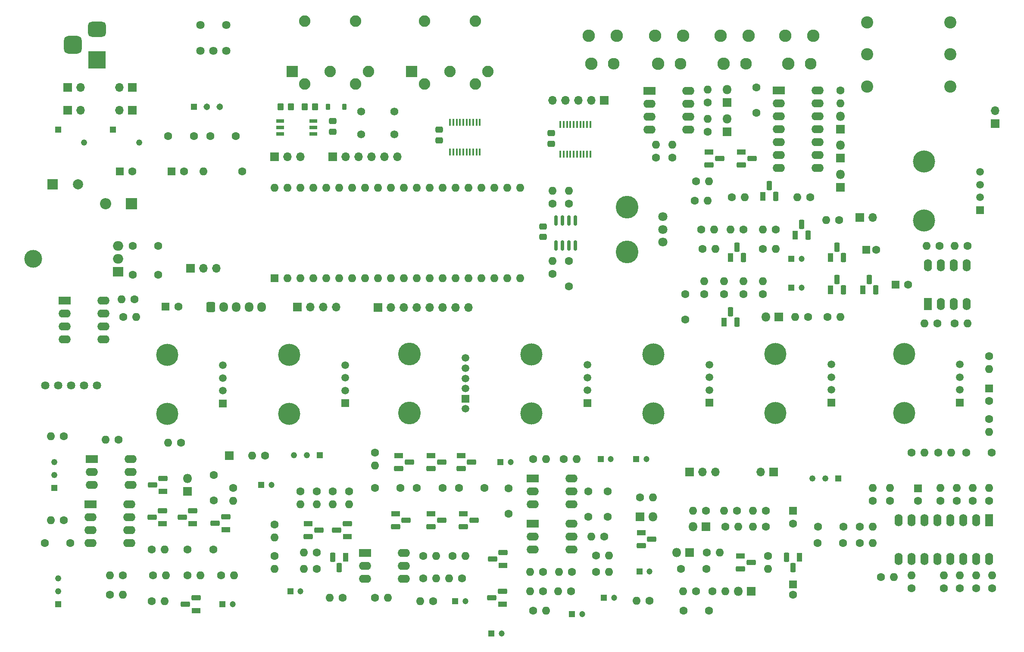
<source format=gts>
%TF.GenerationSoftware,KiCad,Pcbnew,8.0.8*%
%TF.CreationDate,2025-04-29T10:44:01+09:00*%
%TF.ProjectId,mainBorad_R1,6d61696e-426f-4726-9164-5f52312e6b69,rev?*%
%TF.SameCoordinates,Original*%
%TF.FileFunction,Soldermask,Top*%
%TF.FilePolarity,Negative*%
%FSLAX46Y46*%
G04 Gerber Fmt 4.6, Leading zero omitted, Abs format (unit mm)*
G04 Created by KiCad (PCBNEW 8.0.8) date 2025-04-29 10:44:01*
%MOMM*%
%LPD*%
G01*
G04 APERTURE LIST*
G04 Aperture macros list*
%AMRoundRect*
0 Rectangle with rounded corners*
0 $1 Rounding radius*
0 $2 $3 $4 $5 $6 $7 $8 $9 X,Y pos of 4 corners*
0 Add a 4 corners polygon primitive as box body*
4,1,4,$2,$3,$4,$5,$6,$7,$8,$9,$2,$3,0*
0 Add four circle primitives for the rounded corners*
1,1,$1+$1,$2,$3*
1,1,$1+$1,$4,$5*
1,1,$1+$1,$6,$7*
1,1,$1+$1,$8,$9*
0 Add four rect primitives between the rounded corners*
20,1,$1+$1,$2,$3,$4,$5,0*
20,1,$1+$1,$4,$5,$6,$7,0*
20,1,$1+$1,$6,$7,$8,$9,0*
20,1,$1+$1,$8,$9,$2,$3,0*%
G04 Aperture macros list end*
%ADD10R,1.305000X1.305000*%
%ADD11C,1.305000*%
%ADD12C,2.450000*%
%ADD13C,2.300000*%
%ADD14C,1.600000*%
%ADD15O,1.600000X1.600000*%
%ADD16R,1.600000X1.600000*%
%ADD17R,1.600000X2.400000*%
%ADD18O,1.600000X2.400000*%
%ADD19R,1.217000X1.217000*%
%ADD20C,1.217000*%
%ADD21R,1.800000X1.800000*%
%ADD22O,1.800000X1.800000*%
%ADD23C,1.800000*%
%ADD24C,4.455000*%
%ADD25R,1.100000X1.800000*%
%ADD26RoundRect,0.275000X-0.275000X-0.625000X0.275000X-0.625000X0.275000X0.625000X-0.275000X0.625000X0*%
%ADD27R,1.200000X1.200000*%
%ADD28C,1.200000*%
%ADD29R,2.400000X1.600000*%
%ADD30O,2.400000X1.600000*%
%ADD31R,1.700000X1.700000*%
%ADD32O,1.700000X1.700000*%
%ADD33R,1.800000X1.100000*%
%ADD34RoundRect,0.275000X-0.625000X0.275000X-0.625000X-0.275000X0.625000X-0.275000X0.625000X0.275000X0*%
%ADD35C,1.635000*%
%ADD36RoundRect,0.250000X-0.350000X-0.450000X0.350000X-0.450000X0.350000X0.450000X-0.350000X0.450000X0*%
%ADD37R,2.200000X2.200000*%
%ADD38O,2.200000X2.200000*%
%ADD39RoundRect,0.250000X-0.475000X0.337500X-0.475000X-0.337500X0.475000X-0.337500X0.475000X0.337500X0*%
%ADD40RoundRect,0.275000X0.625000X-0.275000X0.625000X0.275000X-0.625000X0.275000X-0.625000X-0.275000X0*%
%ADD41RoundRect,0.275000X0.275000X0.625000X-0.275000X0.625000X-0.275000X-0.625000X0.275000X-0.625000X0*%
%ADD42R,1.650000X0.700000*%
%ADD43RoundRect,0.250000X-0.600000X-0.725000X0.600000X-0.725000X0.600000X0.725000X-0.600000X0.725000X0*%
%ADD44O,1.700000X1.950000*%
%ADD45R,0.450000X1.475000*%
%ADD46R,2.250000X2.250000*%
%ADD47C,2.250000*%
%ADD48R,1.500000X1.500000*%
%ADD49C,1.500000*%
%ADD50C,4.350000*%
%ADD51C,2.400000*%
%ADD52RoundRect,0.150000X0.150000X-0.825000X0.150000X0.825000X-0.150000X0.825000X-0.150000X-0.825000X0*%
%ADD53C,1.575000*%
%ADD54C,3.500000*%
%ADD55R,2.000000X1.905000*%
%ADD56O,2.000000X1.905000*%
%ADD57R,3.500000X3.500000*%
%ADD58RoundRect,0.750000X-1.000000X0.750000X-1.000000X-0.750000X1.000000X-0.750000X1.000000X0.750000X0*%
%ADD59RoundRect,0.875000X-0.875000X0.875000X-0.875000X-0.875000X0.875000X-0.875000X0.875000X0.875000X0*%
%ADD60RoundRect,0.225000X-0.225000X-0.375000X0.225000X-0.375000X0.225000X0.375000X-0.225000X0.375000X0*%
%ADD61R,2.000000X2.000000*%
%ADD62C,2.000000*%
G04 APERTURE END LIST*
D10*
%TO.C,PwIC1*%
X61595000Y-41275000D03*
D11*
X64135000Y-41275000D03*
X66675000Y-41275000D03*
%TD*%
D12*
%TO.C,DgJ13*%
X152770000Y-32805000D03*
X152220000Y-27305000D03*
X157720000Y-27305000D03*
D13*
X157170000Y-32805000D03*
%TD*%
D12*
%TO.C,DgJ12*%
X178350000Y-32805000D03*
X177800000Y-27305000D03*
X183300000Y-27305000D03*
D13*
X182750000Y-32805000D03*
%TD*%
D12*
%TO.C,DgJ11*%
X165650000Y-32805000D03*
X165100000Y-27305000D03*
X170600000Y-27305000D03*
D13*
X170050000Y-32805000D03*
%TD*%
D12*
%TO.C,DgJ9*%
X139700000Y-32805000D03*
X139150000Y-27305000D03*
X144650000Y-27305000D03*
D13*
X144100000Y-32805000D03*
%TD*%
D14*
%TO.C,R105*%
X69330000Y-116165000D03*
D15*
X69330000Y-118705000D03*
%TD*%
D14*
%TO.C,R26*%
X168275000Y-120650000D03*
D15*
X165735000Y-120650000D03*
%TD*%
D14*
%TO.C,R70*%
X77470000Y-123375000D03*
D15*
X77470000Y-125915000D03*
%TD*%
D14*
%TO.C,R45*%
X53340000Y-138430000D03*
D15*
X55880000Y-138430000D03*
%TD*%
D16*
%TO.C,C8*%
X217805000Y-96584900D03*
D14*
X217805000Y-99084900D03*
%TD*%
D17*
%TO.C,U1*%
X217790000Y-122555000D03*
D18*
X215250000Y-122555000D03*
X212710000Y-122555000D03*
X210170000Y-122555000D03*
X207630000Y-122555000D03*
X205090000Y-122555000D03*
X202550000Y-122555000D03*
X200010000Y-122555000D03*
X200010000Y-130175000D03*
X202550000Y-130175000D03*
X205090000Y-130175000D03*
X207630000Y-130175000D03*
X210170000Y-130175000D03*
X212710000Y-130175000D03*
X215250000Y-130175000D03*
X217790000Y-130175000D03*
%TD*%
D19*
%TO.C,TM4*%
X34925000Y-139065000D03*
D20*
X34925000Y-136525000D03*
X34925000Y-133985000D03*
%TD*%
D21*
%TO.C,D37*%
X176530000Y-82550000D03*
D22*
X173990000Y-82550000D03*
%TD*%
D19*
%TO.C,TM5*%
X34145000Y-116205000D03*
D20*
X34145000Y-113665000D03*
X34145000Y-111125000D03*
%TD*%
D14*
%TO.C,R22*%
X165960000Y-123825000D03*
D15*
X168500000Y-123825000D03*
%TD*%
D14*
%TO.C,R140*%
X167230000Y-59055000D03*
D15*
X169770000Y-59055000D03*
%TD*%
D14*
%TO.C,R73*%
X92075000Y-116840000D03*
D15*
X92075000Y-119380000D03*
%TD*%
D23*
%TO.C,VR1*%
X153685000Y-67865000D03*
X153685000Y-65365000D03*
X153685000Y-62865000D03*
D24*
X146685000Y-69765000D03*
X146685000Y-60965000D03*
%TD*%
D14*
%TO.C,R93*%
X162560000Y-46130000D03*
D15*
X162560000Y-43590000D03*
%TD*%
D14*
%TO.C,R109*%
X106680000Y-133985000D03*
D15*
X109220000Y-133985000D03*
%TD*%
D25*
%TO.C,Q38*%
X165735000Y-83585000D03*
D26*
X167005000Y-81515000D03*
X168275000Y-83585000D03*
%TD*%
D14*
%TO.C,R152*%
X182245000Y-82550000D03*
D15*
X179705000Y-82550000D03*
%TD*%
D27*
%TO.C,C23*%
X112935000Y-138430000D03*
D28*
X114935000Y-138430000D03*
%TD*%
D14*
%TO.C,C25*%
X139065000Y-116840000D03*
X139065000Y-121840000D03*
%TD*%
%TO.C,R64*%
X85725000Y-128905000D03*
D15*
X83185000Y-128905000D03*
%TD*%
D14*
%TO.C,R35*%
X66900000Y-133350000D03*
D15*
X69440000Y-133350000D03*
%TD*%
D14*
%TO.C,C34*%
X37320000Y-127000000D03*
X32320000Y-127000000D03*
%TD*%
D16*
%TO.C,C20*%
X179295000Y-135160000D03*
D14*
X179295000Y-137160000D03*
%TD*%
%TO.C,R13*%
X198345000Y-118745000D03*
D15*
X198345000Y-116205000D03*
%TD*%
D27*
%TO.C,C72*%
X178975000Y-71120000D03*
D28*
X180975000Y-71120000D03*
%TD*%
D29*
%TO.C,U2*%
X41275000Y-119380000D03*
D30*
X41275000Y-121920000D03*
X41275000Y-124460000D03*
X41275000Y-127000000D03*
X48895000Y-127000000D03*
X48895000Y-124460000D03*
X48895000Y-121920000D03*
X48895000Y-119380000D03*
%TD*%
D14*
%TO.C,R36*%
X53565000Y-133350000D03*
D15*
X56105000Y-133350000D03*
%TD*%
D14*
%TO.C,R14*%
X217790000Y-118745000D03*
D15*
X217790000Y-116205000D03*
%TD*%
D14*
%TO.C,R91*%
X160245000Y-55880000D03*
D15*
X162785000Y-55880000D03*
%TD*%
D14*
%TO.C,R10*%
X214615000Y-118745000D03*
D15*
X214615000Y-116205000D03*
%TD*%
D14*
%TO.C,DgC2*%
X135255000Y-76530000D03*
X135255000Y-71530000D03*
%TD*%
%TO.C,R138*%
X186055000Y-82550000D03*
D15*
X188595000Y-82550000D03*
%TD*%
D31*
%TO.C,J13*%
X68580000Y-109855000D03*
%TD*%
%TO.C,J8*%
X192405000Y-63000000D03*
D32*
X194945000Y-63000000D03*
%TD*%
D33*
%TO.C,Q10*%
X84055000Y-123190000D03*
D34*
X86125000Y-124460000D03*
X84055000Y-125730000D03*
%TD*%
D14*
%TO.C,C19*%
X105410000Y-116205000D03*
X110410000Y-116205000D03*
%TD*%
D19*
%TO.C,TM1*%
X188185000Y-114300000D03*
D20*
X185645000Y-114300000D03*
X183105000Y-114300000D03*
%TD*%
D14*
%TO.C,R103*%
X47625000Y-133350000D03*
D15*
X45085000Y-133350000D03*
%TD*%
D14*
%TO.C,R8*%
X196596000Y-133731000D03*
D15*
X199136000Y-133731000D03*
%TD*%
D33*
%TO.C,Q23*%
X114535000Y-121285000D03*
D34*
X116605000Y-122555000D03*
X114535000Y-123825000D03*
%TD*%
D35*
%TO.C,SW1*%
X34925000Y-96000000D03*
X37465000Y-96000000D03*
X40005000Y-96000000D03*
X32385000Y-96000000D03*
X42545000Y-96000000D03*
%TD*%
D14*
%TO.C,C26*%
X123432600Y-116285000D03*
X123432600Y-121285000D03*
%TD*%
%TO.C,DgR6*%
X135255000Y-60325000D03*
D15*
X135255000Y-57785000D03*
%TD*%
D36*
%TO.C,DgR4*%
X83360000Y-41275000D03*
X85360000Y-41275000D03*
%TD*%
D16*
%TO.C,PwC6*%
X47030000Y-53975000D03*
D14*
X49530000Y-53975000D03*
%TD*%
D37*
%TO.C,PwD1*%
X49312200Y-60325000D03*
D38*
X44232200Y-60325000D03*
%TD*%
D14*
%TO.C,R114*%
X140560000Y-129460000D03*
D15*
X143100000Y-129460000D03*
%TD*%
D14*
%TO.C,PwC3*%
X69810000Y-46990000D03*
X64810000Y-46990000D03*
%TD*%
%TO.C,PwC9*%
X49570000Y-68580000D03*
X54570000Y-68580000D03*
%TD*%
D29*
%TO.C,IC12*%
X176530000Y-38005000D03*
D30*
X176530000Y-40545000D03*
X176530000Y-43085000D03*
X176530000Y-45625000D03*
X176530000Y-48165000D03*
X176530000Y-50705000D03*
X176530000Y-53245000D03*
X184150000Y-53245000D03*
X184150000Y-50705000D03*
X184150000Y-48165000D03*
X184150000Y-45625000D03*
X184150000Y-43085000D03*
X184150000Y-40545000D03*
X184150000Y-38005000D03*
%TD*%
D14*
%TO.C,R63*%
X85725000Y-116840000D03*
D15*
X85725000Y-119380000D03*
%TD*%
D29*
%TO.C,Q21*%
X128157600Y-123190000D03*
D30*
X128157600Y-125730000D03*
X128157600Y-128270000D03*
X135777600Y-128270000D03*
X135777600Y-125730000D03*
X135777600Y-123190000D03*
%TD*%
D14*
%TO.C,R111*%
X142240000Y-125730000D03*
D15*
X139700000Y-125730000D03*
%TD*%
D39*
%TO.C,DgC6*%
X130175000Y-64770000D03*
X130175000Y-66845000D03*
%TD*%
D33*
%TO.C,Q30*%
X169145000Y-50165000D03*
D34*
X171215000Y-51435000D03*
X169145000Y-52705000D03*
%TD*%
D14*
%TO.C,C1*%
X184215000Y-123825000D03*
X189215000Y-123825000D03*
%TD*%
%TO.C,R25*%
X174360000Y-129540000D03*
D15*
X174360000Y-132080000D03*
%TD*%
D21*
%TO.C,D2*%
X162150000Y-123825000D03*
D22*
X159610000Y-123825000D03*
%TD*%
D14*
%TO.C,R16*%
X213545000Y-68580000D03*
D15*
X211005000Y-68580000D03*
%TD*%
D14*
%TO.C,R66*%
X135890000Y-132715000D03*
D15*
X133350000Y-132715000D03*
%TD*%
D14*
%TO.C,R100*%
X46765000Y-106680000D03*
D15*
X44225000Y-106680000D03*
%TD*%
D33*
%TO.C,Q18*%
X122205000Y-139065000D03*
D40*
X120135000Y-137795000D03*
X122205000Y-136525000D03*
%TD*%
D33*
%TO.C,Q8*%
X61995000Y-140335000D03*
D40*
X59925000Y-139065000D03*
X61995000Y-137795000D03*
%TD*%
D27*
%TO.C,C15*%
X120015000Y-144780000D03*
D28*
X122015000Y-144780000D03*
%TD*%
D25*
%TO.C,Q9*%
X91440000Y-129775000D03*
D41*
X90170000Y-131845000D03*
X88900000Y-129775000D03*
%TD*%
D31*
%TO.C,J12*%
X219000000Y-44540000D03*
D32*
X219000000Y-42000000D03*
%TD*%
D27*
%TO.C,C30*%
X141510000Y-110490000D03*
D28*
X143510000Y-110490000D03*
%TD*%
D42*
%TO.C,DgIC4*%
X78570000Y-44075000D03*
X78570000Y-45345000D03*
X78570000Y-46615000D03*
X85070000Y-46615000D03*
X85070000Y-45345000D03*
X85070000Y-44075000D03*
%TD*%
D14*
%TO.C,R150*%
X169545000Y-78105000D03*
D15*
X169545000Y-75565000D03*
%TD*%
D21*
%TO.C,D28*%
X188595000Y-51340000D03*
D22*
X188595000Y-48800000D03*
%TD*%
D14*
%TO.C,R98*%
X90805000Y-137795000D03*
D15*
X88265000Y-137795000D03*
%TD*%
D14*
%TO.C,C54*%
X158115000Y-83105000D03*
X158115000Y-78105000D03*
%TD*%
D43*
%TO.C,J14*%
X64930000Y-80645000D03*
D44*
X67430000Y-80645000D03*
X69930000Y-80645000D03*
X72430000Y-80645000D03*
X74930000Y-80645000D03*
%TD*%
D31*
%TO.C,PwJ2*%
X36830000Y-37465000D03*
D32*
X39370000Y-37465000D03*
%TD*%
D14*
%TO.C,C33*%
X65520000Y-118665000D03*
X65520000Y-113665000D03*
%TD*%
D27*
%TO.C,C14*%
X149130000Y-132635000D03*
D28*
X151130000Y-132635000D03*
%TD*%
D16*
%TO.C,C7*%
X56047000Y-80518000D03*
D14*
X58547000Y-80518000D03*
%TD*%
%TO.C,R92*%
X152400000Y-51210000D03*
D15*
X152400000Y-48670000D03*
%TD*%
D14*
%TO.C,R6*%
X218425000Y-135890000D03*
D15*
X218425000Y-133350000D03*
%TD*%
D31*
%TO.C,PwJ3*%
X49530000Y-37465000D03*
D32*
X46990000Y-37465000D03*
%TD*%
D14*
%TO.C,R31*%
X217805000Y-102587000D03*
D15*
X217805000Y-105127000D03*
%TD*%
D14*
%TO.C,R99*%
X135665000Y-136525000D03*
D15*
X133125000Y-136525000D03*
%TD*%
D45*
%TO.C,DgIC3*%
X111920000Y-50143000D03*
X112570000Y-50143000D03*
X113220000Y-50143000D03*
X113870000Y-50143000D03*
X114520000Y-50143000D03*
X115170000Y-50143000D03*
X115820000Y-50143000D03*
X116470000Y-50143000D03*
X117120000Y-50143000D03*
X117770000Y-50143000D03*
X117770000Y-44267000D03*
X117120000Y-44267000D03*
X116470000Y-44267000D03*
X115820000Y-44267000D03*
X115170000Y-44267000D03*
X114520000Y-44267000D03*
X113870000Y-44267000D03*
X113220000Y-44267000D03*
X112570000Y-44267000D03*
X111920000Y-44267000D03*
%TD*%
D14*
%TO.C,R113*%
X114300000Y-133985000D03*
D15*
X111760000Y-133985000D03*
%TD*%
D14*
%TO.C,R59*%
X155575000Y-51210000D03*
D15*
X155575000Y-48670000D03*
%TD*%
D29*
%TO.C,Q12*%
X95210000Y-128920000D03*
D30*
X95210000Y-131460000D03*
X95210000Y-134000000D03*
X102830000Y-134000000D03*
X102830000Y-131460000D03*
X102830000Y-128920000D03*
%TD*%
D14*
%TO.C,R28*%
X173990000Y-120650000D03*
D15*
X171450000Y-120650000D03*
%TD*%
D16*
%TO.C,C3*%
X179295000Y-120690000D03*
D14*
X179295000Y-123190000D03*
%TD*%
%TO.C,R34*%
X60325000Y-133350000D03*
D15*
X62865000Y-133350000D03*
%TD*%
D19*
%TO.C,PwF1*%
X34925000Y-45720000D03*
D20*
X40025000Y-48310000D03*
%TD*%
D33*
%TO.C,Q24*%
X55455000Y-123190000D03*
D40*
X53385000Y-121920000D03*
X55455000Y-120650000D03*
%TD*%
D21*
%TO.C,D26*%
X188595000Y-45625000D03*
D22*
X188595000Y-43085000D03*
%TD*%
D29*
%TO.C,U5*%
X36180000Y-79385000D03*
D30*
X36180000Y-81925000D03*
X36180000Y-84465000D03*
X36180000Y-87005000D03*
X43800000Y-87005000D03*
X43800000Y-84465000D03*
X43800000Y-81925000D03*
X43800000Y-79385000D03*
%TD*%
D14*
%TO.C,R139*%
X182655000Y-59055000D03*
D15*
X180115000Y-59055000D03*
%TD*%
D31*
%TO.C,AnPw1*%
X60960000Y-73025000D03*
D32*
X63500000Y-73025000D03*
X66040000Y-73025000D03*
%TD*%
D21*
%TO.C,D1*%
X158975000Y-128905000D03*
D22*
X156435000Y-128905000D03*
%TD*%
D14*
%TO.C,R142*%
X175895000Y-65405000D03*
D15*
X173355000Y-65405000D03*
%TD*%
D46*
%TO.C,DgJ1*%
X104380000Y-34290000D03*
D47*
X111880000Y-34290000D03*
X119380000Y-34290000D03*
X106880000Y-36790000D03*
X116880000Y-36790000D03*
X106880000Y-24390000D03*
X116880000Y-24390000D03*
%TD*%
D27*
%TO.C,C29*%
X142145000Y-137795000D03*
D28*
X144145000Y-137795000D03*
%TD*%
D16*
%TO.C,C4*%
X203820000Y-116245000D03*
D14*
X203820000Y-118745000D03*
%TD*%
D25*
%TO.C,Q35*%
X173355000Y-58820000D03*
D26*
X174625000Y-56750000D03*
X175895000Y-58820000D03*
%TD*%
D14*
%TO.C,R69*%
X97155000Y-137795000D03*
D15*
X99695000Y-137795000D03*
%TD*%
D33*
%TO.C,Q14*%
X108185000Y-109855000D03*
D34*
X110255000Y-111125000D03*
X108185000Y-112395000D03*
%TD*%
D27*
%TO.C,C13*%
X148495000Y-110490000D03*
D28*
X150495000Y-110490000D03*
%TD*%
D35*
%TO.C,PwS1*%
X62865000Y-30225000D03*
X65405000Y-30225000D03*
X67945000Y-30225000D03*
X67945000Y-25145000D03*
X62865000Y-25145000D03*
%TD*%
D33*
%TO.C,Q28*%
X67825000Y-124420000D03*
D40*
X65755000Y-123150000D03*
X67825000Y-121880000D03*
%TD*%
D14*
%TO.C,R46*%
X149225000Y-118030000D03*
D15*
X151765000Y-118030000D03*
%TD*%
D14*
%TO.C,R17*%
X207645000Y-83820000D03*
D15*
X205105000Y-83820000D03*
%TD*%
D21*
%TO.C,D29*%
X188595000Y-57055000D03*
D22*
X188595000Y-54515000D03*
%TD*%
D14*
%TO.C,R117*%
X188595000Y-38005000D03*
D15*
X188595000Y-40545000D03*
%TD*%
D31*
%TO.C,DgJ16*%
X142235000Y-40005000D03*
D32*
X139695000Y-40005000D03*
X137155000Y-40005000D03*
X134615000Y-40005000D03*
X132075000Y-40005000D03*
%TD*%
D14*
%TO.C,R61*%
X162150000Y-120650000D03*
D15*
X159610000Y-120650000D03*
%TD*%
D25*
%TO.C,Q39*%
X193040000Y-77235000D03*
D26*
X194310000Y-75165000D03*
X195580000Y-77235000D03*
%TD*%
D14*
%TO.C,R62*%
X75565000Y-109855000D03*
D15*
X73025000Y-109855000D03*
%TD*%
D48*
%TO.C,VR2*%
X67310000Y-99550000D03*
D49*
X67310000Y-97050000D03*
X67310000Y-94550000D03*
X67310000Y-92050000D03*
D50*
X56310000Y-101600000D03*
X56310000Y-90000000D03*
%TD*%
D48*
%TO.C,VR4*%
X114946700Y-98635000D03*
D49*
X114946700Y-100635000D03*
X114946700Y-90635000D03*
X114946700Y-96635000D03*
X114946700Y-94635000D03*
X114946700Y-92635000D03*
D24*
X103946700Y-101435000D03*
X103946700Y-89835000D03*
%TD*%
D14*
%TO.C,R24*%
X208055000Y-68580000D03*
D15*
X205515000Y-68580000D03*
%TD*%
D39*
%TO.C,DgC1*%
X88900000Y-44047500D03*
X88900000Y-46122500D03*
%TD*%
D51*
%TO.C,J6*%
X210185000Y-30945000D03*
X193885000Y-30945000D03*
X210185000Y-24645000D03*
X193885000Y-24645000D03*
X210185000Y-37245000D03*
X193885000Y-37245000D03*
%TD*%
D14*
%TO.C,R18*%
X49911000Y-79121000D03*
D15*
X47371000Y-79121000D03*
%TD*%
D31*
%TO.C,PwJ4*%
X36825000Y-41910000D03*
D32*
X39365000Y-41910000D03*
%TD*%
D14*
%TO.C,R141*%
X160020000Y-59690000D03*
D15*
X162560000Y-59690000D03*
%TD*%
D14*
%TO.C,R71*%
X82550000Y-116840000D03*
D15*
X82550000Y-119380000D03*
%TD*%
D31*
%TO.C,J3*%
X175485000Y-113030000D03*
D32*
X172945000Y-113030000D03*
%TD*%
D27*
%TO.C,C55*%
X178975000Y-76835000D03*
D28*
X180975000Y-76835000D03*
%TD*%
D52*
%TO.C,DgIC5*%
X132715000Y-68515000D03*
X133985000Y-68515000D03*
X135255000Y-68515000D03*
X136525000Y-68515000D03*
X136525000Y-63565000D03*
X135255000Y-63565000D03*
X133985000Y-63565000D03*
X132715000Y-63565000D03*
%TD*%
D48*
%TO.C,VR8*%
X212090000Y-99380000D03*
D49*
X212090000Y-96880000D03*
X212090000Y-94380000D03*
X212090000Y-91880000D03*
D50*
X201090000Y-101430000D03*
X201090000Y-89830000D03*
%TD*%
D33*
%TO.C,Q11*%
X91725000Y-125730000D03*
D40*
X89655000Y-124460000D03*
X91725000Y-123190000D03*
%TD*%
D14*
%TO.C,R148*%
X161810000Y-78105000D03*
D15*
X161810000Y-75565000D03*
%TD*%
D14*
%TO.C,R151*%
X173355000Y-78105000D03*
D15*
X173355000Y-75565000D03*
%TD*%
D14*
%TO.C,R7*%
X202550000Y-135890000D03*
D15*
X202550000Y-133350000D03*
%TD*%
D48*
%TO.C,VR7*%
X186851700Y-99412500D03*
D49*
X186851700Y-96912500D03*
X186851700Y-94412500D03*
X186851700Y-91912500D03*
D50*
X175851700Y-101462500D03*
X175851700Y-89862500D03*
%TD*%
D27*
%TO.C,C17*%
X74835000Y-115570000D03*
D28*
X76835000Y-115570000D03*
%TD*%
D31*
%TO.C,DgPw1*%
X77470000Y-51060000D03*
D32*
X80010000Y-51060000D03*
X82550000Y-51060000D03*
%TD*%
D16*
%TO.C,PwC5*%
X57190000Y-53975000D03*
D14*
X59690000Y-53975000D03*
%TD*%
%TO.C,R144*%
X161515000Y-69215000D03*
D15*
X164055000Y-69215000D03*
%TD*%
D14*
%TO.C,R9*%
X211440000Y-118745000D03*
D15*
X211440000Y-116205000D03*
%TD*%
D14*
%TO.C,C5*%
X213345000Y-109220000D03*
X218345000Y-109220000D03*
%TD*%
D31*
%TO.C,DgJ2*%
X97790000Y-80665000D03*
D32*
X100330000Y-80665000D03*
X102870000Y-80665000D03*
X105410000Y-80665000D03*
X107950000Y-80665000D03*
X110490000Y-80665000D03*
X113030000Y-80665000D03*
X115570000Y-80665000D03*
%TD*%
D14*
%TO.C,R143*%
X169545000Y-65405000D03*
D15*
X167005000Y-65405000D03*
%TD*%
D14*
%TO.C,DgR7*%
X132080000Y-60325000D03*
D15*
X132080000Y-57785000D03*
%TD*%
D27*
%TO.C,C22*%
X135890000Y-140970000D03*
D28*
X137890000Y-140970000D03*
%TD*%
D14*
%TO.C,PwL1*%
X71120000Y-53975000D03*
D15*
X63500000Y-53975000D03*
%TD*%
D14*
%TO.C,R1*%
X215250000Y-135890000D03*
D15*
X215250000Y-133350000D03*
%TD*%
D29*
%TO.C,Q26*%
X41550000Y-110520000D03*
D30*
X41550000Y-113060000D03*
X41550000Y-115600000D03*
X49170000Y-115600000D03*
X49170000Y-113060000D03*
X49170000Y-110520000D03*
%TD*%
D14*
%TO.C,R104*%
X36050000Y-122555000D03*
D15*
X33510000Y-122555000D03*
%TD*%
D27*
%TO.C,C16*%
X80550000Y-136525000D03*
D28*
X82550000Y-136525000D03*
%TD*%
D14*
%TO.C,R94*%
X128270000Y-140335000D03*
D15*
X130810000Y-140335000D03*
%TD*%
D14*
%TO.C,C24*%
X113665000Y-116205000D03*
X118665000Y-116205000D03*
%TD*%
%TO.C,R5*%
X212075000Y-135890000D03*
D15*
X212075000Y-133350000D03*
%TD*%
D14*
%TO.C,R12*%
X194930000Y-118745000D03*
D15*
X194930000Y-116205000D03*
%TD*%
D14*
%TO.C,R11*%
X208265000Y-118745000D03*
D15*
X208265000Y-116205000D03*
%TD*%
D14*
%TO.C,R67*%
X130175000Y-136525000D03*
D15*
X127635000Y-136525000D03*
%TD*%
D14*
%TO.C,R68*%
X77470000Y-129540000D03*
D15*
X77470000Y-132080000D03*
%TD*%
D33*
%TO.C,Q17*%
X108185000Y-121285000D03*
D34*
X110255000Y-122555000D03*
X108185000Y-123825000D03*
%TD*%
D14*
%TO.C,R106*%
X36050000Y-106045000D03*
D15*
X33510000Y-106045000D03*
%TD*%
D21*
%TO.C,D24*%
X149225000Y-121840000D03*
D22*
X151765000Y-121840000D03*
%TD*%
D33*
%TO.C,Q13*%
X101835000Y-109855000D03*
D34*
X103905000Y-111125000D03*
X101835000Y-112395000D03*
%TD*%
D16*
%TO.C,C6*%
X199430000Y-76200000D03*
D14*
X201930000Y-76200000D03*
%TD*%
%TO.C,R30*%
X163420000Y-136525000D03*
D15*
X165960000Y-136525000D03*
%TD*%
D31*
%TO.C,PwJ5*%
X49530000Y-41910000D03*
D32*
X46990000Y-41910000D03*
%TD*%
D19*
%TO.C,TM3*%
X86360000Y-109710000D03*
D20*
X83820000Y-109710000D03*
X81280000Y-109710000D03*
%TD*%
D33*
%TO.C,Q20*%
X122320000Y-131445000D03*
D40*
X120250000Y-130175000D03*
X122320000Y-128905000D03*
%TD*%
D14*
%TO.C,R118*%
X59055000Y-107315000D03*
D15*
X56515000Y-107315000D03*
%TD*%
D25*
%TO.C,Q41*%
X186690000Y-77235000D03*
D26*
X187960000Y-75165000D03*
X189230000Y-77235000D03*
%TD*%
D29*
%TO.C,Q22*%
X128157600Y-114300000D03*
D30*
X128157600Y-116840000D03*
X128157600Y-119380000D03*
X135777600Y-119380000D03*
X135777600Y-116840000D03*
X135777600Y-114300000D03*
%TD*%
D14*
%TO.C,PwC4*%
X49610000Y-74295000D03*
X54610000Y-74295000D03*
%TD*%
%TO.C,C10*%
X60365000Y-128270000D03*
X65365000Y-128270000D03*
%TD*%
D36*
%TO.C,DgR3*%
X78645000Y-41275000D03*
X80645000Y-41275000D03*
%TD*%
D33*
%TO.C,Q29*%
X162795000Y-50165000D03*
D34*
X164865000Y-51435000D03*
X162795000Y-52705000D03*
%TD*%
D16*
%TO.C,C62*%
X193635000Y-69380000D03*
D14*
X195635000Y-69380000D03*
%TD*%
D53*
%TO.C,DgS1*%
X100965000Y-46670000D03*
X94465000Y-46670000D03*
X100965000Y-42170000D03*
X94465000Y-42170000D03*
%TD*%
D14*
%TO.C,R29*%
X160245000Y-136525000D03*
D15*
X157705000Y-136525000D03*
%TD*%
D14*
%TO.C,R115*%
X134227600Y-110490000D03*
D15*
X136767600Y-110490000D03*
%TD*%
D14*
%TO.C,R32*%
X217805000Y-90297000D03*
D15*
X217805000Y-92837000D03*
%TD*%
D14*
%TO.C,R95*%
X128270000Y-110490000D03*
D15*
X130810000Y-110490000D03*
%TD*%
D14*
%TO.C,R4*%
X208900000Y-135890000D03*
D15*
X208900000Y-133350000D03*
%TD*%
D48*
%TO.C,VR3*%
X91278300Y-99522500D03*
D49*
X91278300Y-97022500D03*
X91278300Y-94522500D03*
X91278300Y-92022500D03*
D50*
X80278300Y-101572500D03*
X80278300Y-89972500D03*
%TD*%
D21*
%TO.C,D31*%
X166370000Y-40415000D03*
D22*
X166370000Y-37875000D03*
%TD*%
D14*
%TO.C,R2*%
X192390000Y-123825000D03*
D15*
X194930000Y-123825000D03*
%TD*%
D25*
%TO.C,Q37*%
X167005000Y-70885000D03*
D26*
X168275000Y-68815000D03*
X169545000Y-70885000D03*
%TD*%
D14*
%TO.C,R145*%
X173355000Y-69215000D03*
D15*
X175895000Y-69215000D03*
%TD*%
D33*
%TO.C,Q25*%
X61360000Y-123190000D03*
D40*
X59290000Y-121920000D03*
X61360000Y-120650000D03*
%TD*%
D14*
%TO.C,R97*%
X108585000Y-138430000D03*
D15*
X106045000Y-138430000D03*
%TD*%
D14*
%TO.C,R15*%
X207855000Y-109220000D03*
D15*
X210395000Y-109220000D03*
%TD*%
D14*
%TO.C,C21*%
X162745000Y-140335000D03*
X157745000Y-140335000D03*
%TD*%
%TO.C,C27*%
X142875000Y-116840000D03*
X142875000Y-121840000D03*
%TD*%
D54*
%TO.C,PwIC2*%
X30035000Y-71120000D03*
D55*
X46695000Y-73660000D03*
D56*
X46695000Y-71120000D03*
X46695000Y-68580000D03*
%TD*%
D14*
%TO.C,C2*%
X184135000Y-127000000D03*
X189135000Y-127000000D03*
%TD*%
D27*
%TO.C,C28*%
X121825000Y-111125000D03*
D28*
X123825000Y-111125000D03*
%TD*%
D14*
%TO.C,R102*%
X45085000Y-137160000D03*
D15*
X47625000Y-137160000D03*
%TD*%
D14*
%TO.C,R27*%
X173990000Y-123825000D03*
D15*
X171450000Y-123825000D03*
%TD*%
D14*
%TO.C,C18*%
X102155000Y-116205000D03*
X97155000Y-116205000D03*
%TD*%
%TO.C,C12*%
X157295000Y-132080000D03*
X162295000Y-132080000D03*
%TD*%
%TO.C,R146*%
X161290000Y-65405000D03*
D15*
X163830000Y-65405000D03*
%TD*%
D48*
%TO.C,VR5*%
X138915000Y-99495000D03*
D49*
X138915000Y-96995000D03*
X138915000Y-94495000D03*
X138915000Y-91995000D03*
D50*
X127915000Y-101545000D03*
X127915000Y-89945000D03*
%TD*%
D14*
%TO.C,R101*%
X53340000Y-128270000D03*
D15*
X55880000Y-128270000D03*
%TD*%
D14*
%TO.C,R107*%
X162560000Y-40415000D03*
D15*
X162560000Y-37875000D03*
%TD*%
D39*
%TO.C,DgC4*%
X109765000Y-45765000D03*
X109765000Y-47840000D03*
%TD*%
D14*
%TO.C,R96*%
X151130000Y-138350000D03*
D15*
X148590000Y-138350000D03*
%TD*%
D14*
%TO.C,R108*%
X106680000Y-129540000D03*
D15*
X109220000Y-129540000D03*
%TD*%
D46*
%TO.C,DgJ8*%
X80885000Y-34290000D03*
D47*
X88385000Y-34290000D03*
X95885000Y-34290000D03*
X83385000Y-36790000D03*
X93385000Y-36790000D03*
X83385000Y-24390000D03*
X93385000Y-24390000D03*
%TD*%
D14*
%TO.C,R149*%
X165735000Y-78105000D03*
D15*
X165735000Y-75565000D03*
%TD*%
D19*
%TO.C,PwF2*%
X45710000Y-45695000D03*
D20*
X50810000Y-48285000D03*
%TD*%
D57*
%TO.C,PwJ1*%
X42545000Y-32035000D03*
D58*
X42545000Y-26035000D03*
D59*
X37845000Y-29035000D03*
%TD*%
D33*
%TO.C,Q15*%
X101200000Y-121285000D03*
D34*
X103270000Y-122555000D03*
X101200000Y-123825000D03*
%TD*%
D14*
%TO.C,R47*%
X97155000Y-109220000D03*
D15*
X97155000Y-111760000D03*
%TD*%
D14*
%TO.C,PwC1*%
X56555000Y-46990000D03*
X61555000Y-46990000D03*
%TD*%
D21*
%TO.C,D3*%
X171040000Y-136525000D03*
D22*
X168500000Y-136525000D03*
%TD*%
D14*
%TO.C,R72*%
X88900000Y-116840000D03*
D15*
X88900000Y-119380000D03*
%TD*%
D31*
%TO.C,DgJ3*%
X81915000Y-80645000D03*
D32*
X84455000Y-80645000D03*
X86995000Y-80645000D03*
X89535000Y-80645000D03*
%TD*%
D14*
%TO.C,R3*%
X192390000Y-127000000D03*
D15*
X194930000Y-127000000D03*
%TD*%
D14*
%TO.C,R20*%
X211045000Y-83820000D03*
D15*
X213585000Y-83820000D03*
%TD*%
D48*
%TO.C,VR9*%
X216000000Y-61550000D03*
D49*
X216000000Y-59050000D03*
X216000000Y-56550000D03*
X216000000Y-54050000D03*
D50*
X205000000Y-63600000D03*
X205000000Y-52000000D03*
%TD*%
D14*
%TO.C,R19*%
X47752000Y-82550000D03*
D15*
X50292000Y-82550000D03*
%TD*%
D21*
%TO.C,D32*%
X166370000Y-46130000D03*
D22*
X166370000Y-43590000D03*
%TD*%
D25*
%TO.C,Q2*%
X180565000Y-129775000D03*
D41*
X179295000Y-131845000D03*
X178025000Y-129775000D03*
%TD*%
D48*
%TO.C,VR6*%
X162883300Y-99440000D03*
D49*
X162883300Y-96940000D03*
X162883300Y-94440000D03*
X162883300Y-91940000D03*
D50*
X151883300Y-101490000D03*
X151883300Y-89890000D03*
%TD*%
D29*
%TO.C,U3*%
X151115000Y-38110000D03*
D30*
X151115000Y-40650000D03*
X151115000Y-43190000D03*
X151115000Y-45730000D03*
X158735000Y-45730000D03*
X158735000Y-43190000D03*
X158735000Y-40650000D03*
X158735000Y-38110000D03*
%TD*%
D14*
%TO.C,DgR5*%
X132080000Y-74070000D03*
D15*
X132080000Y-71530000D03*
%TD*%
D33*
%TO.C,Q27*%
X55530000Y-116840000D03*
D40*
X53460000Y-115570000D03*
X55530000Y-114300000D03*
%TD*%
D17*
%TO.C,U4*%
X205750000Y-80025000D03*
D18*
X208290000Y-80025000D03*
X210830000Y-80025000D03*
X213370000Y-80025000D03*
X213370000Y-72405000D03*
X210830000Y-72405000D03*
X208290000Y-72405000D03*
X205750000Y-72405000D03*
%TD*%
D33*
%TO.C,Q1*%
X168960000Y-129540000D03*
D34*
X171030000Y-130810000D03*
X168960000Y-132080000D03*
%TD*%
D14*
%TO.C,R110*%
X130175000Y-132715000D03*
D15*
X127635000Y-132715000D03*
%TD*%
D25*
%TO.C,Q40*%
X186690000Y-70885000D03*
D26*
X187960000Y-68815000D03*
X189230000Y-70885000D03*
%TD*%
D31*
%TO.C,J7*%
X158975000Y-113030000D03*
D32*
X161515000Y-113030000D03*
X164055000Y-113030000D03*
%TD*%
D14*
%TO.C,R147*%
X188370000Y-63500000D03*
D15*
X185830000Y-63500000D03*
%TD*%
D14*
%TO.C,R21*%
X162375000Y-128905000D03*
D15*
X164915000Y-128905000D03*
%TD*%
D14*
%TO.C,R116*%
X140560000Y-132715000D03*
D15*
X143100000Y-132715000D03*
%TD*%
D39*
%TO.C,DgC3*%
X131770000Y-46422000D03*
X131770000Y-48497000D03*
%TD*%
D14*
%TO.C,C35*%
X172085000Y-37465000D03*
X172085000Y-42465000D03*
%TD*%
D16*
%TO.C,DgU1*%
X77470000Y-74950000D03*
D15*
X80010000Y-74950000D03*
X82550000Y-74950000D03*
X85090000Y-74950000D03*
X87630000Y-74950000D03*
X90170000Y-74950000D03*
X92710000Y-74950000D03*
X95250000Y-74950000D03*
X97790000Y-74950000D03*
X100330000Y-74950000D03*
X102870000Y-74950000D03*
X105410000Y-74950000D03*
X107950000Y-74950000D03*
X110490000Y-74950000D03*
X113030000Y-74950000D03*
X115570000Y-74950000D03*
X118110000Y-74950000D03*
X120650000Y-74950000D03*
X123190000Y-74950000D03*
X125730000Y-74950000D03*
X125730000Y-57150000D03*
X123190000Y-57150000D03*
X120650000Y-57150000D03*
X118110000Y-57150000D03*
X115570000Y-57150000D03*
X113030000Y-57150000D03*
X110490000Y-57150000D03*
X107950000Y-57150000D03*
X105410000Y-57150000D03*
X102870000Y-57150000D03*
X100330000Y-57150000D03*
X97790000Y-57150000D03*
X95250000Y-57150000D03*
X92710000Y-57150000D03*
X90170000Y-57150000D03*
X87630000Y-57150000D03*
X85090000Y-57150000D03*
X82550000Y-57150000D03*
X80010000Y-57150000D03*
X77470000Y-57150000D03*
%TD*%
D33*
%TO.C,Q16*%
X114060000Y-109855000D03*
D34*
X116130000Y-111125000D03*
X114060000Y-112395000D03*
%TD*%
D60*
%TO.C,DgD1*%
X87885000Y-41275000D03*
X91185000Y-41275000D03*
%TD*%
D14*
%TO.C,R112*%
X112395000Y-129540000D03*
D15*
X114935000Y-129540000D03*
%TD*%
D14*
%TO.C,R23*%
X202550000Y-109220000D03*
D15*
X205090000Y-109220000D03*
%TD*%
D33*
%TO.C,Q19*%
X149460000Y-125015000D03*
D34*
X151530000Y-126285000D03*
X149460000Y-127555000D03*
%TD*%
D45*
%TO.C,DgIC2*%
X133600000Y-50563000D03*
X134250000Y-50563000D03*
X134900000Y-50563000D03*
X135550000Y-50563000D03*
X136200000Y-50563000D03*
X136850000Y-50563000D03*
X137500000Y-50563000D03*
X138150000Y-50563000D03*
X138800000Y-50563000D03*
X139450000Y-50563000D03*
X139450000Y-44687000D03*
X138800000Y-44687000D03*
X138150000Y-44687000D03*
X137500000Y-44687000D03*
X136850000Y-44687000D03*
X136200000Y-44687000D03*
X135550000Y-44687000D03*
X134900000Y-44687000D03*
X134250000Y-44687000D03*
X133600000Y-44687000D03*
%TD*%
D25*
%TO.C,Q36*%
X179705000Y-66440000D03*
D26*
X180975000Y-64370000D03*
X182245000Y-66440000D03*
%TD*%
D21*
%TO.C,D25*%
X60325000Y-116840000D03*
D22*
X60325000Y-114300000D03*
%TD*%
D31*
%TO.C,DgJ5*%
X88900000Y-51040000D03*
D32*
X91440000Y-51040000D03*
X93980000Y-51040000D03*
X96520000Y-51040000D03*
X99060000Y-51040000D03*
X101600000Y-51040000D03*
%TD*%
D27*
%TO.C,C11*%
X67215000Y-139065000D03*
D28*
X69215000Y-139065000D03*
%TD*%
D14*
%TO.C,R65*%
X85725000Y-132080000D03*
D15*
X83185000Y-132080000D03*
%TD*%
D61*
%TO.C,PwC2*%
X33827300Y-56515000D03*
D62*
X38827300Y-56515000D03*
%TD*%
M02*

</source>
